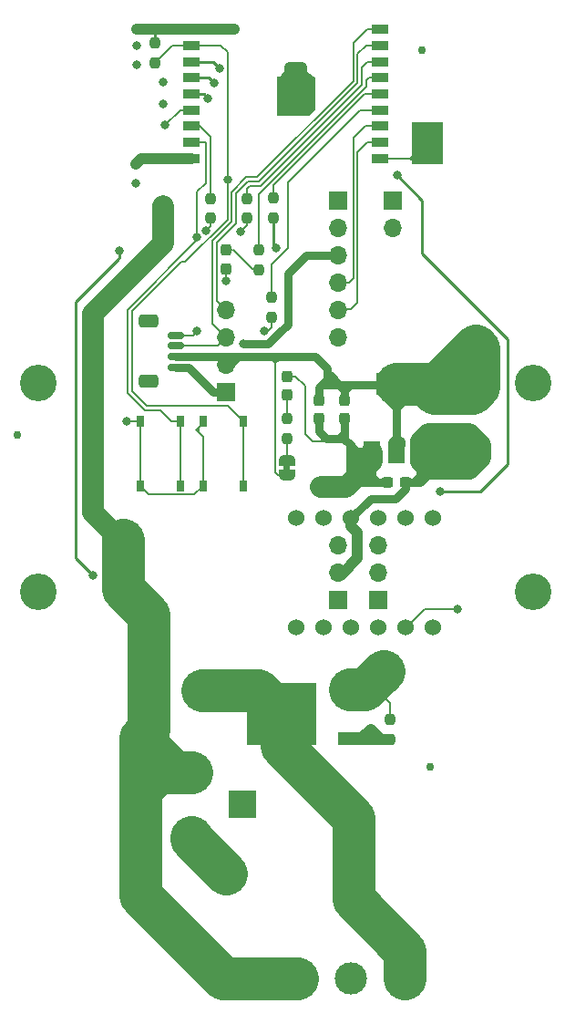
<source format=gbr>
%TF.GenerationSoftware,KiCad,Pcbnew,(6.0.1)*%
%TF.CreationDate,2022-02-05T18:26:11+11:00*%
%TF.ProjectId,ESP32_LED_Controller_v1,45535033-325f-44c4-9544-5f436f6e7472,rev?*%
%TF.SameCoordinates,Original*%
%TF.FileFunction,Copper,L1,Top*%
%TF.FilePolarity,Positive*%
%FSLAX46Y46*%
G04 Gerber Fmt 4.6, Leading zero omitted, Abs format (unit mm)*
G04 Created by KiCad (PCBNEW (6.0.1)) date 2022-02-05 18:26:11*
%MOMM*%
%LPD*%
G01*
G04 APERTURE LIST*
G04 Aperture macros list*
%AMRoundRect*
0 Rectangle with rounded corners*
0 $1 Rounding radius*
0 $2 $3 $4 $5 $6 $7 $8 $9 X,Y pos of 4 corners*
0 Add a 4 corners polygon primitive as box body*
4,1,4,$2,$3,$4,$5,$6,$7,$8,$9,$2,$3,0*
0 Add four circle primitives for the rounded corners*
1,1,$1+$1,$2,$3*
1,1,$1+$1,$4,$5*
1,1,$1+$1,$6,$7*
1,1,$1+$1,$8,$9*
0 Add four rect primitives between the rounded corners*
20,1,$1+$1,$2,$3,$4,$5,0*
20,1,$1+$1,$4,$5,$6,$7,0*
20,1,$1+$1,$6,$7,$8,$9,0*
20,1,$1+$1,$8,$9,$2,$3,0*%
%AMFreePoly0*
4,1,22,0.500000,-0.750000,0.000000,-0.750000,0.000000,-0.745033,-0.079941,-0.743568,-0.215256,-0.701293,-0.333266,-0.622738,-0.424486,-0.514219,-0.481581,-0.384460,-0.499164,-0.250000,-0.500000,-0.250000,-0.500000,0.250000,-0.499164,0.250000,-0.499963,0.256109,-0.478152,0.396186,-0.417904,0.524511,-0.324060,0.630769,-0.204165,0.706417,-0.067858,0.745374,0.000000,0.744959,0.000000,0.750000,
0.500000,0.750000,0.500000,-0.750000,0.500000,-0.750000,$1*%
%AMFreePoly1*
4,1,20,0.000000,0.744959,0.073905,0.744508,0.209726,0.703889,0.328688,0.626782,0.421226,0.519385,0.479903,0.390333,0.500000,0.250000,0.500000,-0.250000,0.499851,-0.262216,0.476331,-0.402017,0.414519,-0.529596,0.319384,-0.634700,0.198574,-0.708877,0.061801,-0.746166,0.000000,-0.745033,0.000000,-0.750000,-0.500000,-0.750000,-0.500000,0.750000,0.000000,0.750000,0.000000,0.744959,
0.000000,0.744959,$1*%
G04 Aperture macros list end*
%TA.AperFunction,SMDPad,CuDef*%
%ADD10R,3.000000X4.000000*%
%TD*%
%TA.AperFunction,SMDPad,CuDef*%
%ADD11RoundRect,0.237500X-0.237500X0.300000X-0.237500X-0.300000X0.237500X-0.300000X0.237500X0.300000X0*%
%TD*%
%TA.AperFunction,ComponentPad*%
%ADD12R,1.700000X1.700000*%
%TD*%
%TA.AperFunction,ComponentPad*%
%ADD13O,1.700000X1.700000*%
%TD*%
%TA.AperFunction,SMDPad,CuDef*%
%ADD14RoundRect,0.237500X0.237500X-0.250000X0.237500X0.250000X-0.237500X0.250000X-0.237500X-0.250000X0*%
%TD*%
%TA.AperFunction,ComponentPad*%
%ADD15R,2.500000X2.500000*%
%TD*%
%TA.AperFunction,SMDPad,CuDef*%
%ADD16RoundRect,0.237500X-0.237500X0.250000X-0.237500X-0.250000X0.237500X-0.250000X0.237500X0.250000X0*%
%TD*%
%TA.AperFunction,SMDPad,CuDef*%
%ADD17R,1.500000X2.000000*%
%TD*%
%TA.AperFunction,SMDPad,CuDef*%
%ADD18R,3.800000X2.000000*%
%TD*%
%TA.AperFunction,SMDPad,CuDef*%
%ADD19C,0.750000*%
%TD*%
%TA.AperFunction,SMDPad,CuDef*%
%ADD20RoundRect,0.237500X-0.237500X0.287500X-0.237500X-0.287500X0.237500X-0.287500X0.237500X0.287500X0*%
%TD*%
%TA.AperFunction,SMDPad,CuDef*%
%ADD21FreePoly0,270.000000*%
%TD*%
%TA.AperFunction,SMDPad,CuDef*%
%ADD22FreePoly1,270.000000*%
%TD*%
%TA.AperFunction,SMDPad,CuDef*%
%ADD23R,2.200000X1.200000*%
%TD*%
%TA.AperFunction,SMDPad,CuDef*%
%ADD24R,6.400000X5.800000*%
%TD*%
%TA.AperFunction,SMDPad,CuDef*%
%ADD25RoundRect,0.237500X0.237500X-0.287500X0.237500X0.287500X-0.237500X0.287500X-0.237500X-0.287500X0*%
%TD*%
%TA.AperFunction,ComponentPad*%
%ADD26R,2.000000X2.000000*%
%TD*%
%TA.AperFunction,ComponentPad*%
%ADD27C,2.000000*%
%TD*%
%TA.AperFunction,ComponentPad*%
%ADD28C,3.000000*%
%TD*%
%TA.AperFunction,ComponentPad*%
%ADD29C,1.524000*%
%TD*%
%TA.AperFunction,SMDPad,CuDef*%
%ADD30RoundRect,0.237500X0.300000X0.237500X-0.300000X0.237500X-0.300000X-0.237500X0.300000X-0.237500X0*%
%TD*%
%TA.AperFunction,SMDPad,CuDef*%
%ADD31R,0.750000X1.000000*%
%TD*%
%TA.AperFunction,SMDPad,CuDef*%
%ADD32R,1.500000X0.900000*%
%TD*%
%TA.AperFunction,ComponentPad*%
%ADD33C,0.420000*%
%TD*%
%TA.AperFunction,SMDPad,CuDef*%
%ADD34R,0.700000X0.700000*%
%TD*%
%TA.AperFunction,WasherPad*%
%ADD35C,3.400000*%
%TD*%
%TA.AperFunction,SMDPad,CuDef*%
%ADD36RoundRect,0.150000X0.625000X-0.150000X0.625000X0.150000X-0.625000X0.150000X-0.625000X-0.150000X0*%
%TD*%
%TA.AperFunction,SMDPad,CuDef*%
%ADD37RoundRect,0.250000X0.650000X-0.350000X0.650000X0.350000X-0.650000X0.350000X-0.650000X-0.350000X0*%
%TD*%
%TA.AperFunction,ViaPad*%
%ADD38C,0.800000*%
%TD*%
%TA.AperFunction,ViaPad*%
%ADD39C,0.900000*%
%TD*%
%TA.AperFunction,Conductor*%
%ADD40C,0.250000*%
%TD*%
%TA.AperFunction,Conductor*%
%ADD41C,0.200000*%
%TD*%
%TA.AperFunction,Conductor*%
%ADD42C,1.000000*%
%TD*%
%TA.AperFunction,Conductor*%
%ADD43C,0.750000*%
%TD*%
%TA.AperFunction,Conductor*%
%ADD44C,2.000000*%
%TD*%
%TA.AperFunction,Conductor*%
%ADD45C,4.000000*%
%TD*%
G04 APERTURE END LIST*
%TO.C,JP1*%
G36*
X60125000Y-69350000D02*
G01*
X59525000Y-69350000D01*
X59525000Y-68850000D01*
X60125000Y-68850000D01*
X60125000Y-69350000D01*
G37*
%TD*%
D10*
%TO.P,J11,1,Pin_1*%
%TO.N,/IO10*%
X72920000Y-38980000D03*
%TD*%
D11*
%TO.P,C2,1*%
%TO.N,ESP_Vcc*%
X62825000Y-62817500D03*
%TO.P,C2,2*%
%TO.N,GND*%
X62825000Y-64542500D03*
%TD*%
D12*
%TO.P,J4,1,Pin_1*%
%TO.N,GND*%
X54225000Y-62080000D03*
D13*
%TO.P,J4,2,Pin_2*%
%TO.N,ESP_Vcc*%
X54225000Y-59540000D03*
%TO.P,J4,3,Pin_3*%
%TO.N,/SDA*%
X54225000Y-57000000D03*
%TO.P,J4,4,Pin_4*%
%TO.N,/SCL*%
X54225000Y-54460000D03*
%TD*%
D14*
%TO.P,R7,1*%
%TO.N,Net-(FET1-Pad1)*%
X69420000Y-94292500D03*
%TO.P,R7,2*%
%TO.N,GND*%
X69420000Y-92467500D03*
%TD*%
D15*
%TO.P,J3,1*%
%TO.N,Vin*%
X50975000Y-97380000D03*
%TO.P,J3,2*%
%TO.N,GND*%
X50975000Y-103380000D03*
%TO.P,J3,3*%
%TO.N,N/C*%
X55675000Y-100380000D03*
%TD*%
D16*
%TO.P,R1,1*%
%TO.N,ESP_Vcc*%
X47620000Y-29667500D03*
%TO.P,R1,2*%
%TO.N,~{Reset}*%
X47620000Y-31492500D03*
%TD*%
D17*
%TO.P,U1,1,GND*%
%TO.N,GND*%
X67725000Y-67630000D03*
%TO.P,U1,2,VO*%
%TO.N,ESP_Vcc*%
X70025000Y-67630000D03*
D18*
X70025000Y-61330000D03*
D17*
%TO.P,U1,3,VI*%
%TO.N,Vin*%
X72325000Y-67630000D03*
%TD*%
D19*
%TO.P,FID3,*%
%TO.N,*%
X73125000Y-96880000D03*
%TD*%
D20*
%TO.P,D1,1,K*%
%TO.N,GND*%
X59825000Y-60605000D03*
%TO.P,D1,2,A*%
%TO.N,Net-(D1-Pad2)*%
X59825000Y-62355000D03*
%TD*%
D21*
%TO.P,JP1,1,A*%
%TO.N,Net-(JP1-Pad1)*%
X59825000Y-68450000D03*
D22*
%TO.P,JP1,2,B*%
%TO.N,ESP_Vcc*%
X59825000Y-69750000D03*
%TD*%
D16*
%TO.P,R6,1*%
%TO.N,/PWR_STRIP*%
X58420000Y-53267500D03*
%TO.P,R6,2*%
%TO.N,Net-(FET1-Pad1)*%
X58420000Y-55092500D03*
%TD*%
D23*
%TO.P,FET1,1,G*%
%TO.N,Net-(FET1-Pad1)*%
X65675000Y-94265000D03*
D24*
%TO.P,FET1,2,D*%
%TO.N,Strip_-*%
X59375000Y-91985000D03*
D23*
%TO.P,FET1,3,S*%
%TO.N,GND*%
X65675000Y-89705000D03*
%TD*%
D25*
%TO.P,D2,1,K*%
%TO.N,GND*%
X54225000Y-50655000D03*
%TO.P,D2,2,A*%
%TO.N,Net-(D2-Pad2)*%
X54225000Y-48905000D03*
%TD*%
D14*
%TO.P,R2,1*%
%TO.N,Net-(JP1-Pad1)*%
X59825000Y-66353000D03*
%TO.P,R2,2*%
%TO.N,Net-(D1-Pad2)*%
X59825000Y-64528000D03*
%TD*%
D26*
%TO.P,C4,1*%
%TO.N,Vin*%
X47007323Y-89780000D03*
D27*
%TO.P,C4,2*%
%TO.N,Strip_-*%
X52007323Y-89780000D03*
%TD*%
D28*
%TO.P,J5,1,Pin_1*%
%TO.N,Vin*%
X60825000Y-116480000D03*
%TO.P,J5,2,Pin_2*%
%TO.N,/Din_STRIP*%
X65825000Y-116480000D03*
%TO.P,J5,3,Pin_3*%
%TO.N,Strip_-*%
X70825000Y-116480000D03*
%TD*%
D16*
%TO.P,R8,1*%
%TO.N,/LED*%
X57225000Y-48867500D03*
%TO.P,R8,2*%
%TO.N,Net-(D2-Pad2)*%
X57225000Y-50692500D03*
%TD*%
D11*
%TO.P,C1,1*%
%TO.N,ESP_Vcc*%
X65225000Y-62817500D03*
%TO.P,C1,2*%
%TO.N,GND*%
X65225000Y-64542500D03*
%TD*%
D14*
%TO.P,R3,1*%
%TO.N,ESP_Vcc*%
X56120000Y-45942500D03*
%TO.P,R3,2*%
%TO.N,Net-(ESP1-Pad16)*%
X56120000Y-44117500D03*
%TD*%
D29*
%TO.P,LLC1,1,LV1*%
%TO.N,unconnected-(LLC1-Pad1)*%
X60745000Y-83890000D03*
%TO.P,LLC1,2,LV2*%
%TO.N,/IO6*%
X63285000Y-83890000D03*
%TO.P,LLC1,3,LV*%
%TO.N,ESP_Vcc*%
X65825000Y-83890000D03*
%TO.P,LLC1,4,GND*%
%TO.N,GND*%
X68365000Y-83890000D03*
%TO.P,LLC1,5,LV3*%
%TO.N,/3v3_Din_STRIP*%
X70905000Y-83890000D03*
%TO.P,LLC1,6,LV4*%
%TO.N,unconnected-(LLC1-Pad6)*%
X73445000Y-83890000D03*
%TO.P,LLC1,7,HV4*%
%TO.N,unconnected-(LLC1-Pad7)*%
X73445000Y-73730000D03*
%TO.P,LLC1,8,HV3*%
%TO.N,/Hv_Din_STRIP*%
X70905000Y-73730000D03*
%TO.P,LLC1,9,GND*%
%TO.N,GND*%
X68365000Y-73730000D03*
%TO.P,LLC1,10,HV*%
%TO.N,Vin*%
X65825000Y-73730000D03*
%TO.P,LLC1,11,HV2*%
%TO.N,/IO6_HV*%
X63285000Y-73730000D03*
%TO.P,LLC1,12,HV1*%
%TO.N,unconnected-(LLC1-Pad12)*%
X60745000Y-73730000D03*
%TD*%
D30*
%TO.P,C3,1*%
%TO.N,Vin*%
X70887500Y-70480000D03*
%TO.P,C3,2*%
%TO.N,GND*%
X69162500Y-70480000D03*
%TD*%
D31*
%TO.P,SW2,1,1*%
%TO.N,GND*%
X52050000Y-70780000D03*
X52050000Y-64780000D03*
%TO.P,SW2,2,2*%
%TO.N,~{Reset}*%
X55800000Y-70780000D03*
X55800000Y-64780000D03*
%TD*%
D14*
%TO.P,R5,1*%
%TO.N,ESP_Vcc*%
X52725000Y-45942500D03*
%TO.P,R5,2*%
%TO.N,Net-(ESP1-Pad7)*%
X52725000Y-44117500D03*
%TD*%
D31*
%TO.P,SW1,1,1*%
%TO.N,GND*%
X46250000Y-64780000D03*
X46250000Y-70780000D03*
%TO.P,SW1,2,2*%
%TO.N,~{Flash}*%
X50000000Y-70780000D03*
X50000000Y-64780000D03*
%TD*%
D19*
%TO.P,FID2,*%
%TO.N,*%
X34820000Y-66030000D03*
%TD*%
%TO.P,FID1,*%
%TO.N,*%
X72425000Y-30280000D03*
%TD*%
D32*
%TO.P,ESP1,1,3v3*%
%TO.N,ESP_Vcc*%
X50975000Y-28380000D03*
%TO.P,ESP1,2,EN*%
%TO.N,~{Reset}*%
X50975000Y-29880000D03*
%TO.P,ESP1,3,IO4*%
%TO.N,/IO4*%
X50975000Y-31380000D03*
%TO.P,ESP1,4,IO5*%
%TO.N,/IO5*%
X50975000Y-32880000D03*
%TO.P,ESP1,5,IO6*%
%TO.N,/IO6*%
X50975000Y-34380000D03*
%TO.P,ESP1,6,IO7*%
%TO.N,/IO7*%
X50975000Y-35880000D03*
%TO.P,ESP1,7,IO8*%
%TO.N,Net-(ESP1-Pad7)*%
X50975000Y-37380000D03*
%TO.P,ESP1,8,IO9*%
%TO.N,~{Flash}*%
X50975000Y-38880000D03*
%TO.P,ESP1,9,GND*%
%TO.N,GND*%
X50975000Y-40380000D03*
%TO.P,ESP1,10,IO10*%
%TO.N,/IO10*%
X68475000Y-40380000D03*
%TO.P,ESP1,11,RXD*%
%TO.N,/RX_CON*%
X68475000Y-38880000D03*
%TO.P,ESP1,12,TXD*%
%TO.N,/TX_CON*%
X68475000Y-37380000D03*
%TO.P,ESP1,13,IO18*%
%TO.N,/PWR_STRIP*%
X68475000Y-35880000D03*
%TO.P,ESP1,14,IO19*%
%TO.N,Net-(ESP1-Pad14)*%
X68475000Y-34380000D03*
%TO.P,ESP1,15,IO3*%
%TO.N,/LED*%
X68475000Y-32880000D03*
%TO.P,ESP1,16,IO2*%
%TO.N,Net-(ESP1-Pad16)*%
X68475000Y-31380000D03*
%TO.P,ESP1,17,IO1*%
%TO.N,/SCL*%
X68475000Y-29880000D03*
%TO.P,ESP1,18,IO0*%
%TO.N,/SDA*%
X68475000Y-28380000D03*
D33*
%TO.P,ESP1,19,GND*%
%TO.N,GND*%
X61785000Y-34030000D03*
D34*
X61785000Y-33480000D03*
D33*
X59535000Y-34030000D03*
X59585000Y-35130000D03*
X60135000Y-33480000D03*
X60685000Y-35130000D03*
D34*
X60685000Y-34580000D03*
X60685000Y-33480000D03*
D33*
X61785000Y-35130000D03*
D34*
X59585000Y-33480000D03*
D33*
X60135000Y-34580000D03*
X61235000Y-33480000D03*
X61235000Y-34580000D03*
D34*
X61785000Y-34580000D03*
X60685000Y-35680000D03*
D33*
X61235000Y-35680000D03*
D34*
X59585000Y-35680000D03*
D33*
X60685000Y-34030000D03*
D34*
X59585000Y-34580000D03*
X61785000Y-35680000D03*
D33*
X60135000Y-35680000D03*
%TD*%
D35*
%TO.P,SenMount1,*%
%TO.N,*%
X36725000Y-61230000D03*
X82725000Y-80630000D03*
X36725000Y-80630000D03*
X82725000Y-61230000D03*
%TD*%
D12*
%TO.P,J2,1,Pin_1*%
%TO.N,~{Reset}*%
X69645000Y-44260000D03*
D13*
%TO.P,J2,2,Pin_2*%
%TO.N,~{Flash}*%
X69645000Y-46800000D03*
%TD*%
D14*
%TO.P,R4,2*%
%TO.N,Net-(ESP1-Pad14)*%
X58620000Y-44055000D03*
%TO.P,R4,1*%
%TO.N,/3v3_Din_STRIP*%
X58620000Y-45880000D03*
%TD*%
D12*
%TO.P,J1,1,Pin_1*%
%TO.N,GND*%
X64565000Y-44260000D03*
D13*
%TO.P,J1,2,Pin_2*%
%TO.N,/CTS*%
X64565000Y-46800000D03*
%TO.P,J1,3,Pin_3*%
%TO.N,Vin*%
X64565000Y-49340000D03*
%TO.P,J1,4,Pin_4*%
%TO.N,/TX_CON*%
X64565000Y-51880000D03*
%TO.P,J1,5,Pin_5*%
%TO.N,/RX_CON*%
X64565000Y-54420000D03*
%TO.P,J1,6,Pin_6*%
%TO.N,/DTR*%
X64565000Y-56960000D03*
%TD*%
D36*
%TO.P,J6,1,Pin_1*%
%TO.N,GND*%
X49550000Y-59780000D03*
%TO.P,J6,2,Pin_2*%
%TO.N,ESP_Vcc*%
X49550000Y-58780000D03*
%TO.P,J6,3,Pin_3*%
%TO.N,/SDA*%
X49550000Y-57780000D03*
%TO.P,J6,4,Pin_4*%
%TO.N,/SCL*%
X49550000Y-56780000D03*
D37*
%TO.P,J6,MP*%
%TO.N,N/C*%
X47025000Y-55480000D03*
X47025000Y-61080000D03*
%TD*%
D12*
%TO.P,J7,1,Pin_1*%
%TO.N,GND*%
X64575000Y-81405000D03*
D13*
%TO.P,J7,2,Pin_2*%
%TO.N,Vin*%
X64575000Y-78865000D03*
%TO.P,J7,3,Pin_3*%
%TO.N,/IO4*%
X64575000Y-76325000D03*
%TD*%
D12*
%TO.P,J9,1,Pin_1*%
%TO.N,GND*%
X68365000Y-81350000D03*
D13*
%TO.P,J9,2,Pin_2*%
%TO.N,ESP_Vcc*%
X68365000Y-78810000D03*
%TO.P,J9,3,Pin_3*%
%TO.N,/IO5*%
X68365000Y-76270000D03*
%TD*%
D38*
%TO.N,~{Flash}*%
X51499232Y-47648385D03*
%TO.N,/IO5*%
X70075000Y-41930000D03*
X74075000Y-71280000D03*
%TO.N,/3v3_Din_STRIP*%
X58877878Y-48732878D03*
%TO.N,Net-(FET1-Pad1)*%
X57725000Y-56380000D03*
X67625000Y-93380000D03*
%TO.N,/IO6_HV*%
X44325000Y-48980000D03*
X41825000Y-79080000D03*
%TO.N,/IO5*%
X53125000Y-33380000D03*
%TO.N,/IO6*%
X52525000Y-34780000D03*
%TO.N,/IO4*%
X53620980Y-31980000D03*
%TO.N,/3v3_Din_STRIP*%
X75725000Y-82180000D03*
%TO.N,GND*%
X64225000Y-70880000D03*
X63025000Y-70880000D03*
X65425000Y-70880000D03*
X44925000Y-64780000D03*
%TO.N,Vin*%
X55825000Y-57580000D03*
%TO.N,ESP_Vcc*%
X55525000Y-47180000D03*
X52312872Y-47067872D03*
%TO.N,GND*%
X54225000Y-51780000D03*
%TO.N,~{Reset}*%
X54320000Y-42380000D03*
%TO.N,/SCL*%
X51520000Y-56380000D03*
%TO.N,GND*%
X61235000Y-31920000D03*
X60135000Y-31940000D03*
X49720000Y-40380000D03*
X48120000Y-40380000D03*
%TO.N,/IO7*%
X48520000Y-37280000D03*
D39*
%TO.N,ESP_Vcc*%
X77420000Y-59680000D03*
D38*
X54920000Y-28380000D03*
X52920000Y-28380000D03*
X48920000Y-28380000D03*
X45920000Y-28380000D03*
D39*
X76320000Y-62080000D03*
X77420000Y-62880000D03*
D38*
X48320000Y-35280000D03*
D39*
X77420000Y-61280000D03*
X76320000Y-58880000D03*
X77420000Y-58080000D03*
D38*
X48320000Y-33280000D03*
%TO.N,GND*%
X45920000Y-31680000D03*
D39*
X68820000Y-86980000D03*
X54220000Y-107780000D03*
X68820000Y-88980000D03*
D38*
X45920000Y-29880000D03*
X45820000Y-42680000D03*
X45820000Y-40880000D03*
D39*
X67820000Y-87980000D03*
X53020000Y-105580000D03*
X69820000Y-87980000D03*
X67620000Y-89180000D03*
X53220000Y-106780000D03*
X54220000Y-105780000D03*
X55220000Y-106780000D03*
%TO.N,Vin*%
X44620000Y-75580000D03*
X77820000Y-67580000D03*
D38*
X48320000Y-46180000D03*
D39*
X44620000Y-77980000D03*
X43820000Y-76780000D03*
X45420000Y-76780000D03*
X76620000Y-66580000D03*
X75420000Y-67580000D03*
X76620000Y-68580000D03*
D38*
X48320000Y-44380000D03*
%TD*%
D40*
%TO.N,/IO5*%
X72425000Y-44280000D02*
X70075000Y-41930000D01*
X72425000Y-49230000D02*
X72425000Y-44280000D01*
X80375000Y-68730000D02*
X80375000Y-57180000D01*
X74075000Y-71280000D02*
X77825000Y-71280000D01*
X80375000Y-57180000D02*
X72425000Y-49230000D01*
X77825000Y-71280000D02*
X80375000Y-68730000D01*
%TO.N,/3v3_Din_STRIP*%
X58620000Y-48475000D02*
X58877878Y-48732878D01*
X58620000Y-45880000D02*
X58620000Y-48475000D01*
D41*
%TO.N,Net-(FET1-Pad1)*%
X58425000Y-56080000D02*
X58425000Y-55180000D01*
X58125000Y-56380000D02*
X58425000Y-56080000D01*
X57725000Y-56380000D02*
X58125000Y-56380000D01*
D42*
X67625000Y-93380000D02*
X68425000Y-94180000D01*
D41*
X66925000Y-94080000D02*
X66225000Y-94080000D01*
D42*
X67625000Y-93380000D02*
X66925000Y-94080000D01*
D41*
X67737500Y-93492500D02*
X67625000Y-93380000D01*
X67737500Y-94292500D02*
X67737500Y-93492500D01*
D42*
X67737500Y-94292500D02*
X65732500Y-94292500D01*
X69420000Y-94292500D02*
X67737500Y-94292500D01*
D40*
%TO.N,/IO6_HV*%
X44325000Y-49580000D02*
X44325000Y-48980000D01*
X44225000Y-49680000D02*
X44325000Y-49580000D01*
X40225000Y-53680000D02*
X44225000Y-49680000D01*
X40225000Y-77480000D02*
X40225000Y-53680000D01*
X41825000Y-79080000D02*
X40225000Y-77480000D01*
%TO.N,/IO5*%
X52625000Y-32880000D02*
X53125000Y-33380000D01*
X50975000Y-32880000D02*
X52625000Y-32880000D01*
%TO.N,/IO6*%
X52125000Y-34380000D02*
X52525000Y-34780000D01*
X50975000Y-34380000D02*
X52125000Y-34380000D01*
%TO.N,/IO4*%
X53020980Y-31380000D02*
X53620980Y-31980000D01*
X50975000Y-31380000D02*
X53020980Y-31380000D01*
D41*
%TO.N,/3v3_Din_STRIP*%
X75725000Y-82180000D02*
X72625000Y-82180000D01*
X72625000Y-82180000D02*
X70925000Y-83880000D01*
D42*
%TO.N,Vin*%
X65025000Y-78880000D02*
X64525000Y-78880000D01*
X66425000Y-77480000D02*
X65025000Y-78880000D01*
X65825000Y-74480000D02*
X66425000Y-75080000D01*
X65825000Y-73730000D02*
X65825000Y-74480000D01*
X66425000Y-75080000D02*
X66425000Y-77480000D01*
D43*
X67625000Y-71980000D02*
X65825000Y-73780000D01*
X70887500Y-71017500D02*
X69925000Y-71980000D01*
X69925000Y-71980000D02*
X67625000Y-71980000D01*
X70887500Y-70480000D02*
X70887500Y-71017500D01*
D41*
%TO.N,/LED*%
X57225000Y-48867500D02*
X57225000Y-43680000D01*
D43*
%TO.N,ESP_Vcc*%
X54225000Y-59780000D02*
X54225000Y-59580000D01*
X54325000Y-59780000D02*
X54225000Y-59780000D01*
X55325000Y-58780000D02*
X54325000Y-59780000D01*
X55325000Y-58780000D02*
X62520000Y-58780000D01*
X53520000Y-58780000D02*
X55325000Y-58780000D01*
D44*
%TO.N,GND*%
X64225000Y-70880000D02*
X63025000Y-70880000D01*
X65325000Y-70880000D02*
X64225000Y-70880000D01*
X65425000Y-70780000D02*
X65325000Y-70880000D01*
D43*
X65672500Y-66932500D02*
X65725000Y-66985000D01*
X65672500Y-66932500D02*
X66320000Y-67580000D01*
X65725000Y-66985000D02*
X65725000Y-69580000D01*
X65225000Y-66485000D02*
X65672500Y-66932500D01*
D44*
X66425000Y-69180000D02*
X66425000Y-68280000D01*
X66725000Y-69480000D02*
X66425000Y-69180000D01*
X66725000Y-69480000D02*
X65425000Y-70780000D01*
X67725000Y-68480000D02*
X66725000Y-69480000D01*
D43*
X69162500Y-70480000D02*
X66425000Y-70480000D01*
X66425000Y-70480000D02*
X65925000Y-70980000D01*
D44*
X67725000Y-67630000D02*
X67725000Y-68480000D01*
D41*
X47025000Y-71580000D02*
X46325000Y-70880000D01*
X51250000Y-71580000D02*
X47025000Y-71580000D01*
X52050000Y-70780000D02*
X51250000Y-71580000D01*
%TO.N,~{Reset}*%
X55800000Y-70780000D02*
X55800000Y-64905000D01*
%TO.N,~{Flash}*%
X50000000Y-70780000D02*
X50000000Y-64705000D01*
%TO.N,GND*%
X46250000Y-64955000D02*
X46425000Y-64780000D01*
X46250000Y-70780000D02*
X46250000Y-64955000D01*
X51625000Y-65480000D02*
X51625000Y-65780000D01*
X51575000Y-65430000D02*
X51625000Y-65480000D01*
X51425489Y-65579511D02*
X51575000Y-65430000D01*
X51575000Y-65430000D02*
X52125000Y-64880000D01*
X52050000Y-66205000D02*
X51425000Y-65580000D01*
X52050000Y-70780000D02*
X52050000Y-66205000D01*
X46250000Y-64780000D02*
X44925000Y-64780000D01*
D43*
%TO.N,Vin*%
X59125000Y-56580000D02*
X58125000Y-57580000D01*
X59925000Y-55780000D02*
X59125000Y-56580000D01*
X59925000Y-51080000D02*
X59925000Y-55780000D01*
X61665000Y-49340000D02*
X59925000Y-51080000D01*
X58125000Y-57580000D02*
X55825000Y-57580000D01*
X64565000Y-49340000D02*
X61665000Y-49340000D01*
D41*
%TO.N,ESP_Vcc*%
X56120000Y-46585000D02*
X55525000Y-47180000D01*
X56120000Y-45942500D02*
X56120000Y-46585000D01*
X52725000Y-46655744D02*
X52312872Y-47067872D01*
X52725000Y-45942500D02*
X52725000Y-46655744D01*
%TO.N,GND*%
X54225000Y-50367500D02*
X54225000Y-51792500D01*
%TO.N,/IO10*%
X71320000Y-40380000D02*
X71520000Y-40580000D01*
X71320000Y-40380000D02*
X71520000Y-40180000D01*
X68475000Y-40380000D02*
X71320000Y-40380000D01*
X71320000Y-40380000D02*
X72120000Y-40380000D01*
%TO.N,/TX_CON*%
X65620000Y-51880000D02*
X64620000Y-51880000D01*
X66020000Y-51480000D02*
X65620000Y-51880000D01*
X66020000Y-38480000D02*
X66020000Y-51480000D01*
X67120000Y-37380000D02*
X66020000Y-38480000D01*
X68475000Y-37380000D02*
X67120000Y-37380000D01*
%TO.N,/RX_CON*%
X65820000Y-54380000D02*
X64520000Y-54380000D01*
X66420000Y-53780000D02*
X65820000Y-54380000D01*
X66420000Y-39780000D02*
X66420000Y-53780000D01*
X67320000Y-38880000D02*
X66420000Y-39780000D01*
X68475000Y-38880000D02*
X67320000Y-38880000D01*
%TO.N,~{Flash}*%
X49120000Y-64780000D02*
X50020000Y-64780000D01*
X48120000Y-63780000D02*
X49120000Y-64780000D01*
X46620000Y-63780000D02*
X48120000Y-63780000D01*
X45020000Y-62180000D02*
X46620000Y-63780000D01*
X45020000Y-54439994D02*
X45020000Y-62180000D01*
X51520000Y-47939994D02*
X45020000Y-54439994D01*
X51520000Y-43480000D02*
X51520000Y-47939994D01*
X52320000Y-42680000D02*
X51520000Y-43480000D01*
X52320000Y-38980000D02*
X52320000Y-42680000D01*
X52220000Y-38880000D02*
X52320000Y-38980000D01*
X50975000Y-38880000D02*
X52220000Y-38880000D01*
%TO.N,~{Reset}*%
X53720000Y-29880000D02*
X51020000Y-29880000D01*
X54320480Y-30480480D02*
X53720000Y-29880000D01*
X54320480Y-46049508D02*
X54320480Y-30480480D01*
X50364988Y-50005000D02*
X54320480Y-46049508D01*
X50020000Y-50005000D02*
X50364988Y-50005000D01*
X45470000Y-54555000D02*
X50020000Y-50005000D01*
X45470000Y-61980000D02*
X45470000Y-54555000D01*
X46795000Y-63305000D02*
X45470000Y-61980000D01*
X54325000Y-63305000D02*
X46795000Y-63305000D01*
X55800000Y-64780000D02*
X54325000Y-63305000D01*
%TO.N,ESP_Vcc*%
X58775489Y-59374511D02*
X58470000Y-59069022D01*
X59070000Y-59080000D02*
X59070000Y-58955000D01*
X58775489Y-59374511D02*
X59070000Y-59080000D01*
X58775489Y-59374511D02*
X58775489Y-58899511D01*
X58775489Y-69535489D02*
X58775489Y-59374511D01*
X58990000Y-69750000D02*
X58775489Y-69535489D01*
X59825000Y-69750000D02*
X58990000Y-69750000D01*
D43*
X63120000Y-61380000D02*
X63620000Y-60880000D01*
X63620000Y-60880000D02*
X63620000Y-60680000D01*
X65215000Y-61875000D02*
X63820000Y-60480000D01*
X63820000Y-60480000D02*
X63720000Y-60480000D01*
X65225000Y-61875000D02*
X65215000Y-61875000D01*
X63620000Y-59880000D02*
X63620000Y-61280000D01*
X62520000Y-58780000D02*
X63620000Y-59880000D01*
D41*
%TO.N,GND*%
X63020000Y-66680000D02*
X63120000Y-66580000D01*
X63120000Y-66580000D02*
X63120000Y-66380000D01*
X63020000Y-66680000D02*
X65120000Y-66680000D01*
X62220000Y-66680000D02*
X63020000Y-66680000D01*
X61520000Y-65980000D02*
X62220000Y-66680000D01*
X61520000Y-61480000D02*
X61520000Y-65980000D01*
X60645000Y-60605000D02*
X61520000Y-61480000D01*
X59825000Y-60605000D02*
X60645000Y-60605000D01*
%TO.N,Net-(JP1-Pad1)*%
X59825000Y-68375000D02*
X59820000Y-68380000D01*
X59825000Y-66353000D02*
X59825000Y-68375000D01*
%TO.N,Net-(D1-Pad2)*%
X59825000Y-64475000D02*
X59820000Y-64480000D01*
X59825000Y-62355000D02*
X59825000Y-64475000D01*
D43*
%TO.N,ESP_Vcc*%
X70420000Y-66680000D02*
X70420000Y-66980000D01*
X70025000Y-66285000D02*
X70420000Y-66680000D01*
X69620000Y-66690000D02*
X69620000Y-67080000D01*
X70025000Y-66285000D02*
X69620000Y-66690000D01*
X70025000Y-66285000D02*
X70025000Y-63685000D01*
X70025000Y-67630000D02*
X70025000Y-66285000D01*
X69120000Y-62570000D02*
X69120000Y-62380000D01*
X70025000Y-63475000D02*
X69120000Y-62570000D01*
X70025000Y-63685000D02*
X70025000Y-63475000D01*
X70025000Y-63685000D02*
X70025000Y-62275000D01*
X70025000Y-63475000D02*
X70520000Y-62980000D01*
X70025000Y-62275000D02*
X70120000Y-62180000D01*
X65225000Y-61875000D02*
X65720000Y-61380000D01*
X65225000Y-62817500D02*
X65225000Y-61875000D01*
X65225000Y-61875000D02*
X65225000Y-61475000D01*
X65225000Y-61475000D02*
X65320000Y-61380000D01*
X63120000Y-61380000D02*
X68720000Y-61380000D01*
X62825000Y-61675000D02*
X63120000Y-61380000D01*
X62825000Y-62817500D02*
X62825000Y-61675000D01*
%TO.N,GND*%
X64720000Y-66380000D02*
X65120000Y-65980000D01*
X64720000Y-66380000D02*
X65120000Y-66380000D01*
X63520000Y-66380000D02*
X64720000Y-66380000D01*
X62825000Y-65685000D02*
X63520000Y-66380000D01*
X62825000Y-64542500D02*
X62825000Y-65685000D01*
X66320000Y-67580000D02*
X67720000Y-67580000D01*
X65225000Y-64542500D02*
X65225000Y-66485000D01*
X67720000Y-69980000D02*
X67720000Y-67580000D01*
X68220000Y-70480000D02*
X67720000Y-69980000D01*
X69162500Y-70480000D02*
X68220000Y-70480000D01*
%TO.N,Vin*%
X71620000Y-70480000D02*
X72320000Y-69780000D01*
X71620000Y-70480000D02*
X72220000Y-70480000D01*
X70887500Y-70480000D02*
X71620000Y-70480000D01*
X72220000Y-69080000D02*
X72320000Y-68980000D01*
X72220000Y-70480000D02*
X72220000Y-69080000D01*
X72220000Y-70480000D02*
X73120000Y-69580000D01*
%TO.N,GND*%
X53020000Y-62080000D02*
X50720000Y-59780000D01*
X54225000Y-62080000D02*
X53020000Y-62080000D01*
X50720000Y-59780000D02*
X49520000Y-59780000D01*
%TO.N,ESP_Vcc*%
X53520000Y-58780000D02*
X54320000Y-59580000D01*
X49550000Y-58780000D02*
X53520000Y-58780000D01*
D41*
%TO.N,/SCL*%
X51120000Y-56780000D02*
X51520000Y-56380000D01*
X49550000Y-56780000D02*
X51120000Y-56780000D01*
%TO.N,/SDA*%
X53445000Y-57780000D02*
X49520000Y-57780000D01*
X54225000Y-57000000D02*
X53445000Y-57780000D01*
X67320000Y-28380000D02*
X68520000Y-28380000D01*
X66020960Y-29679040D02*
X67320000Y-28380000D01*
X57089027Y-42118461D02*
X66020960Y-33186528D01*
X54720000Y-43487488D02*
X56089027Y-42118461D01*
X54720000Y-46214994D02*
X54720000Y-43487488D01*
X52920000Y-55695000D02*
X52920000Y-48014994D01*
X52920000Y-48014994D02*
X54720000Y-46214994D01*
X56089027Y-42118461D02*
X57089027Y-42118461D01*
X66020960Y-33186528D02*
X66020960Y-29679040D01*
X54225000Y-57000000D02*
X52920000Y-55695000D01*
%TO.N,/SCL*%
X53320000Y-53580000D02*
X54120000Y-54380000D01*
X53320000Y-48180000D02*
X53320000Y-53580000D01*
X55120000Y-46380000D02*
X53320000Y-48180000D01*
X55120000Y-43652494D02*
X55120000Y-46380000D01*
X56254513Y-42517981D02*
X55120000Y-43652494D01*
X57254514Y-42517980D02*
X56254513Y-42517981D01*
X66420480Y-33352014D02*
X57254514Y-42517980D01*
X66420480Y-30679520D02*
X66420480Y-33352014D01*
X67220000Y-29880000D02*
X66420480Y-30679520D01*
X68475000Y-29880000D02*
X67220000Y-29880000D01*
%TO.N,Net-(ESP1-Pad16)*%
X57420000Y-42917500D02*
X56420000Y-42917500D01*
X56420000Y-42917500D02*
X56120000Y-43217500D01*
X66820000Y-33517500D02*
X57420000Y-42917500D01*
X56120000Y-43217500D02*
X56120000Y-44217500D01*
X66820000Y-31917500D02*
X66820000Y-33517500D01*
X67357500Y-31380000D02*
X66820000Y-31917500D01*
X68475000Y-31380000D02*
X67357500Y-31380000D01*
%TO.N,/LED*%
X67220000Y-33117500D02*
X67220000Y-33689994D01*
X67220000Y-33689994D02*
X57220000Y-43689994D01*
X67457500Y-32880000D02*
X67220000Y-33117500D01*
X68475000Y-32880000D02*
X67457500Y-32880000D01*
%TO.N,Net-(ESP1-Pad14)*%
X58620000Y-42855000D02*
X58620000Y-43317500D01*
X68475000Y-34380000D02*
X67095000Y-34380000D01*
X67095000Y-34380000D02*
X58620000Y-42855000D01*
D42*
%TO.N,GND*%
X61785000Y-33070000D02*
X61495000Y-32780000D01*
X61785000Y-33480000D02*
X61785000Y-33070000D01*
X59585000Y-33090000D02*
X59895000Y-32780000D01*
X59585000Y-33480000D02*
X59585000Y-33090000D01*
X60495000Y-32780000D02*
X60695000Y-32980000D01*
X60095000Y-31980000D02*
X60095000Y-32780000D01*
X61235000Y-31920000D02*
X60155000Y-31920000D01*
X60095000Y-32780000D02*
X60495000Y-32780000D01*
X61235000Y-33480000D02*
X61235000Y-31920000D01*
X60155000Y-31920000D02*
X60095000Y-31980000D01*
X60135000Y-33480000D02*
X60135000Y-31940000D01*
X49720000Y-40380000D02*
X48120000Y-40380000D01*
X48120000Y-40380000D02*
X46320000Y-40380000D01*
X46320000Y-40380000D02*
X45820000Y-40880000D01*
X50975000Y-40380000D02*
X49720000Y-40380000D01*
D41*
%TO.N,/IO7*%
X49920000Y-35880000D02*
X48520000Y-37280000D01*
X50975000Y-35880000D02*
X49920000Y-35880000D01*
%TO.N,/PWR_STRIP*%
X59920000Y-47080000D02*
X59920000Y-48680000D01*
X59920000Y-48680000D02*
X58420000Y-50180000D01*
X59920000Y-42580000D02*
X59920000Y-47080000D01*
X66620000Y-35880000D02*
X59920000Y-42580000D01*
X58420000Y-50180000D02*
X58420000Y-53180000D01*
X68475000Y-35880000D02*
X66620000Y-35880000D01*
%TO.N,Net-(D2-Pad2)*%
X54832500Y-48905000D02*
X56607500Y-50680000D01*
X54200000Y-48905000D02*
X54820000Y-48905000D01*
X57312500Y-50680000D02*
X56620000Y-50680000D01*
%TO.N,Net-(ESP1-Pad14)*%
X58620000Y-44055000D02*
X58620000Y-43180000D01*
%TO.N,Net-(ESP1-Pad7)*%
X52725000Y-38385000D02*
X51720000Y-37380000D01*
X51720000Y-37380000D02*
X51020000Y-37380000D01*
X52725000Y-44117500D02*
X52725000Y-38385000D01*
D40*
%TO.N,ESP_Vcc*%
X47620000Y-29667500D02*
X47620000Y-28680000D01*
D45*
X77420000Y-57780000D02*
X77620000Y-57980000D01*
X70025000Y-61330000D02*
X73870000Y-61330000D01*
X73870000Y-61330000D02*
X77420000Y-57780000D01*
X77620000Y-61580000D02*
X77020000Y-62180000D01*
D42*
X50975000Y-28380000D02*
X52920000Y-28380000D01*
X52920000Y-28380000D02*
X54920000Y-28380000D01*
D45*
X73620000Y-62180000D02*
X72820000Y-61380000D01*
D42*
X50975000Y-28380000D02*
X45920000Y-28380000D01*
D45*
X77620000Y-57980000D02*
X77620000Y-61580000D01*
X77020000Y-62180000D02*
X73620000Y-62180000D01*
%TO.N,GND*%
X65675000Y-89705000D02*
X67095000Y-89705000D01*
D41*
X69420000Y-90980000D02*
X67620000Y-89180000D01*
D45*
X50975000Y-103380000D02*
X50975000Y-103535000D01*
X50975000Y-103535000D02*
X54220000Y-106780000D01*
X67095000Y-89705000D02*
X68820000Y-87980000D01*
D41*
X69420000Y-92467500D02*
X69420000Y-90980000D01*
D44*
%TO.N,Vin*%
X77820000Y-66980000D02*
X76820000Y-65980000D01*
X48320000Y-47530000D02*
X48320000Y-48280000D01*
D45*
X49400354Y-97380000D02*
X50975000Y-97380000D01*
D44*
X41820000Y-73280000D02*
X41820000Y-54780000D01*
D45*
X47007323Y-89780000D02*
X47007323Y-82967323D01*
D44*
X77820000Y-67580000D02*
X77820000Y-66980000D01*
X76820000Y-65980000D02*
X74820000Y-65980000D01*
X72325000Y-68485000D02*
X73020000Y-69180000D01*
X48320000Y-47530000D02*
X48320000Y-45780000D01*
X48320000Y-48280000D02*
X47070000Y-49530000D01*
D45*
X44620000Y-77980000D02*
X44620000Y-76080000D01*
X47007323Y-82967323D02*
X47007323Y-82767323D01*
D44*
X72325000Y-67630000D02*
X72325000Y-68485000D01*
X73420000Y-67380000D02*
X76220000Y-67380000D01*
D45*
X47420000Y-97780000D02*
X46620000Y-98580000D01*
X46220000Y-94199646D02*
X47007323Y-93412323D01*
D44*
X74820000Y-65980000D02*
X73420000Y-67380000D01*
D45*
X47007323Y-93412323D02*
X47007323Y-89780000D01*
D44*
X77820000Y-68180000D02*
X77820000Y-67580000D01*
D45*
X53920000Y-116480000D02*
X46220000Y-108780000D01*
D44*
X76820000Y-69180000D02*
X77820000Y-68180000D01*
X73975000Y-65980000D02*
X76820000Y-65980000D01*
D45*
X44620000Y-80380000D02*
X44620000Y-75780000D01*
X50975000Y-97380000D02*
X47020000Y-97380000D01*
D44*
X73020000Y-69180000D02*
X76820000Y-69180000D01*
X72325000Y-67630000D02*
X73975000Y-65980000D01*
D45*
X60825000Y-116480000D02*
X53920000Y-116480000D01*
D44*
X41820000Y-54780000D02*
X45820000Y-50780000D01*
X48320000Y-47530000D02*
X48320000Y-44780000D01*
X72325000Y-67630000D02*
X72325000Y-66675000D01*
D45*
X46220000Y-94199646D02*
X49400354Y-97380000D01*
D44*
X72325000Y-66675000D02*
X73020000Y-65980000D01*
X44620000Y-76080000D02*
X41820000Y-73280000D01*
X73020000Y-65980000D02*
X75020000Y-65980000D01*
D45*
X47007323Y-82767323D02*
X44620000Y-80380000D01*
D44*
X45820000Y-50780000D02*
X48320000Y-48280000D01*
D45*
X46220000Y-98180000D02*
X46220000Y-94199646D01*
X46220000Y-108780000D02*
X46220000Y-98180000D01*
%TO.N,Strip_-*%
X59375000Y-94935000D02*
X66020000Y-101580000D01*
X66020000Y-101580000D02*
X66020000Y-109180000D01*
X66020000Y-109180000D02*
X70825000Y-113985000D01*
X57170000Y-89780000D02*
X59375000Y-91985000D01*
X70825000Y-113985000D02*
X70825000Y-116480000D01*
X52007323Y-89780000D02*
X57170000Y-89780000D01*
X59375000Y-91985000D02*
X59375000Y-94935000D01*
D41*
%TO.N,~{Reset}*%
X47620000Y-31492500D02*
X49232500Y-29880000D01*
X49232500Y-29880000D02*
X50975000Y-29880000D01*
%TD*%
%TA.AperFunction,Conductor*%
%TO.N,GND*%
G36*
X62437121Y-32800002D02*
G01*
X62483614Y-32853658D01*
X62495000Y-32906000D01*
X62495000Y-35799749D01*
X62474998Y-35867870D01*
X62458095Y-35888844D01*
X62003844Y-36343095D01*
X61941532Y-36377121D01*
X61914749Y-36380000D01*
X59021000Y-36380000D01*
X58952879Y-36359998D01*
X58906386Y-36306342D01*
X58895000Y-36254000D01*
X58895000Y-32906000D01*
X58915002Y-32837879D01*
X58968658Y-32791386D01*
X59021000Y-32780000D01*
X62369000Y-32780000D01*
X62437121Y-32800002D01*
G37*
%TD.AperFunction*%
%TD*%
M02*

</source>
